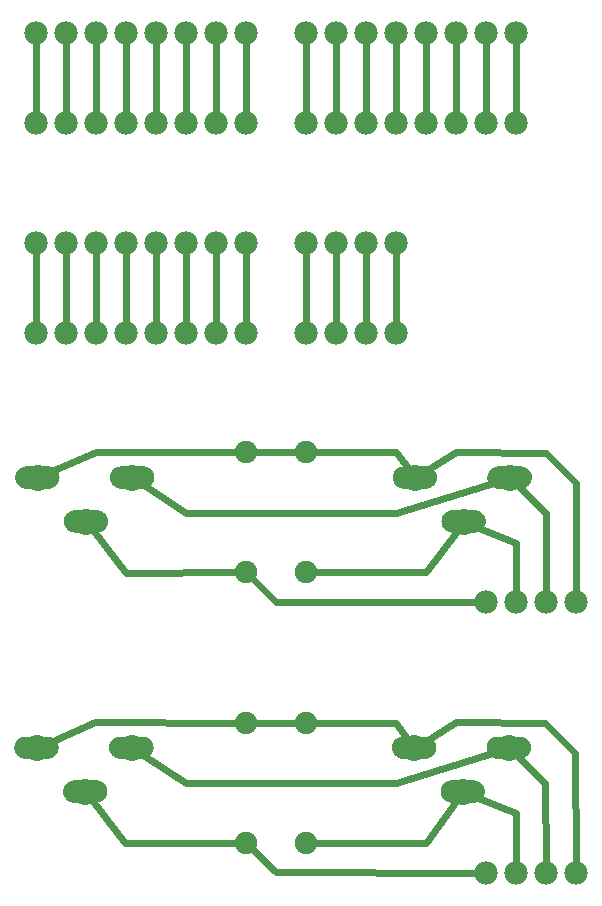
<source format=gtl>
G04 MADE WITH FRITZING*
G04 WWW.FRITZING.ORG*
G04 DOUBLE SIDED*
G04 HOLES PLATED*
G04 CONTOUR ON CENTER OF CONTOUR VECTOR*
%ASAXBY*%
%FSLAX23Y23*%
%MOIN*%
%OFA0B0*%
%SFA1.0B1.0*%
%ADD10C,0.078000*%
%ADD11C,0.075000*%
%ADD12C,0.087244*%
%ADD13C,0.024000*%
%ADD14R,0.001000X0.001000*%
%LNCOPPER1*%
G90*
G70*
G54D10*
X1820Y3439D03*
X1720Y3439D03*
X1620Y3439D03*
X1520Y3439D03*
X1420Y3439D03*
X1320Y3439D03*
X1220Y3439D03*
X1120Y3439D03*
X920Y3439D03*
X820Y3439D03*
X720Y3439D03*
X620Y3439D03*
X520Y3439D03*
X420Y3439D03*
X320Y3439D03*
X220Y3439D03*
X920Y3739D03*
X820Y3739D03*
X720Y3739D03*
X620Y3739D03*
X520Y3739D03*
X420Y3739D03*
X320Y3739D03*
X220Y3739D03*
X1820Y3739D03*
X1720Y3739D03*
X1620Y3739D03*
X1520Y3739D03*
X1420Y3739D03*
X1320Y3739D03*
X1220Y3739D03*
X1120Y3739D03*
X1420Y2739D03*
X1320Y2739D03*
X1220Y2739D03*
X1120Y2739D03*
X920Y2739D03*
X820Y2739D03*
X720Y2739D03*
X620Y2739D03*
X520Y2739D03*
X420Y2739D03*
X320Y2739D03*
X220Y2739D03*
X920Y3039D03*
X820Y3039D03*
X720Y3039D03*
X620Y3039D03*
X520Y3039D03*
X420Y3039D03*
X320Y3039D03*
X220Y3039D03*
X1420Y3039D03*
X1320Y3039D03*
X1220Y3039D03*
X1120Y3039D03*
G54D11*
X1123Y2340D03*
X1123Y1940D03*
X923Y2340D03*
X923Y1940D03*
G54D10*
X2023Y1840D03*
X1923Y1840D03*
X1823Y1840D03*
X1723Y1840D03*
G54D12*
X1801Y2256D03*
X542Y2256D03*
X1648Y2109D03*
X389Y2109D03*
X1485Y2256D03*
X227Y2256D03*
G54D11*
X1120Y1439D03*
X1120Y1039D03*
X920Y1439D03*
X920Y1039D03*
G54D10*
X2020Y939D03*
X1920Y939D03*
X1820Y939D03*
X1720Y939D03*
G54D12*
X1798Y1355D03*
X540Y1355D03*
X1645Y1209D03*
X386Y1209D03*
X1482Y1355D03*
X224Y1355D03*
G54D13*
X1919Y1439D02*
X1620Y1440D01*
D02*
X1922Y2339D02*
X1623Y2340D01*
D02*
X220Y3469D02*
X220Y3709D01*
D02*
X2019Y1339D02*
X1919Y1439D01*
D02*
X2022Y2239D02*
X1922Y2339D01*
D02*
X320Y3469D02*
X320Y3709D01*
D02*
X1620Y1440D02*
X1512Y1373D01*
D02*
X1623Y2340D02*
X1515Y2274D01*
D02*
X420Y3469D02*
X420Y3709D01*
D02*
X2023Y1870D02*
X2022Y2239D01*
D02*
X2020Y969D02*
X2019Y1339D01*
D02*
X520Y3469D02*
X520Y3709D01*
D02*
X1919Y1239D02*
X1920Y969D01*
D02*
X1922Y2139D02*
X1922Y1870D01*
D02*
X620Y3469D02*
X620Y3709D01*
D02*
X1826Y2232D02*
X1922Y2139D01*
D02*
X1823Y1331D02*
X1919Y1239D01*
D02*
X720Y3469D02*
X720Y3709D01*
D02*
X1821Y1138D02*
X1820Y969D01*
D02*
X1823Y2039D02*
X1823Y1870D01*
D02*
X220Y2769D02*
X220Y3009D01*
D02*
X820Y3469D02*
X820Y3709D01*
D02*
X920Y3469D02*
X920Y3709D01*
D02*
X320Y2769D02*
X320Y3009D01*
D02*
X1680Y2096D02*
X1823Y2039D01*
D02*
X1677Y1196D02*
X1821Y1138D01*
D02*
X1120Y1239D02*
X720Y1239D01*
D02*
X1122Y2139D02*
X723Y2139D01*
D02*
X420Y2769D02*
X420Y3009D01*
D02*
X1120Y3469D02*
X1120Y3709D01*
D02*
X720Y1239D02*
X569Y1337D01*
D02*
X723Y2139D02*
X572Y2237D01*
D02*
X1220Y3469D02*
X1220Y3709D01*
D02*
X520Y2769D02*
X520Y3009D01*
D02*
X1420Y1239D02*
X1120Y1239D01*
D02*
X1423Y2139D02*
X1122Y2139D01*
D02*
X620Y2769D02*
X620Y3009D01*
D02*
X1320Y3469D02*
X1320Y3709D01*
D02*
X1765Y1345D02*
X1420Y1239D01*
D02*
X1768Y2246D02*
X1423Y2139D01*
D02*
X720Y2769D02*
X720Y3009D01*
D02*
X1420Y3469D02*
X1420Y3709D01*
D02*
X1091Y1439D02*
X948Y1439D01*
D02*
X1094Y2340D02*
X951Y2340D01*
D02*
X1520Y3469D02*
X1520Y3709D01*
D02*
X820Y2769D02*
X820Y3009D01*
D02*
X1022Y1841D02*
X1692Y1840D01*
D02*
X1020Y940D02*
X1690Y939D01*
D02*
X920Y2769D02*
X920Y3009D01*
D02*
X1620Y3469D02*
X1620Y3709D01*
D02*
X940Y1019D02*
X1020Y940D01*
D02*
X943Y1920D02*
X1022Y1841D01*
D02*
X1720Y3469D02*
X1720Y3709D01*
D02*
X1420Y1439D02*
X1148Y1439D01*
D02*
X1423Y2340D02*
X1151Y2340D01*
D02*
X1120Y2769D02*
X1120Y3009D01*
D02*
X1820Y3469D02*
X1820Y3709D01*
D02*
X1462Y1383D02*
X1420Y1439D01*
D02*
X1464Y2284D02*
X1423Y2340D01*
D02*
X1320Y2769D02*
X1320Y3009D01*
D02*
X1220Y2769D02*
X1220Y3009D01*
D02*
X1520Y1039D02*
X1148Y1039D01*
D02*
X1420Y2769D02*
X1420Y3009D01*
D02*
X1523Y1940D02*
X1151Y1940D01*
D02*
X1624Y1181D02*
X1520Y1039D01*
D02*
X1627Y2081D02*
X1523Y1940D01*
D02*
X419Y1440D02*
X891Y1439D01*
D02*
X422Y2341D02*
X894Y2340D01*
D02*
X256Y1369D02*
X419Y1440D01*
D02*
X258Y2270D02*
X422Y2341D01*
D02*
X520Y1939D02*
X894Y1940D01*
D02*
X517Y1039D02*
X891Y1039D01*
D02*
X410Y2082D02*
X520Y1939D01*
D02*
X407Y1181D02*
X517Y1039D01*
G54D14*
X185Y2293D02*
X267Y2293D01*
X501Y2293D02*
X583Y2293D01*
X1444Y2293D02*
X1525Y2293D01*
X1760Y2293D02*
X1841Y2293D01*
X180Y2292D02*
X272Y2292D01*
X496Y2292D02*
X588Y2292D01*
X1439Y2292D02*
X1530Y2292D01*
X1755Y2292D02*
X1846Y2292D01*
X177Y2291D02*
X275Y2291D01*
X493Y2291D02*
X591Y2291D01*
X1435Y2291D02*
X1534Y2291D01*
X1751Y2291D02*
X1850Y2291D01*
X174Y2290D02*
X278Y2290D01*
X490Y2290D02*
X594Y2290D01*
X1433Y2290D02*
X1536Y2290D01*
X1749Y2290D02*
X1852Y2290D01*
X172Y2289D02*
X280Y2289D01*
X488Y2289D02*
X596Y2289D01*
X1431Y2289D02*
X1538Y2289D01*
X1747Y2289D02*
X1854Y2289D01*
X171Y2288D02*
X281Y2288D01*
X486Y2288D02*
X597Y2288D01*
X1429Y2288D02*
X1540Y2288D01*
X1745Y2288D02*
X1856Y2288D01*
X169Y2287D02*
X283Y2287D01*
X485Y2287D02*
X599Y2287D01*
X1427Y2287D02*
X1542Y2287D01*
X1743Y2287D02*
X1857Y2287D01*
X168Y2286D02*
X284Y2286D01*
X483Y2286D02*
X600Y2286D01*
X1426Y2286D02*
X1543Y2286D01*
X1742Y2286D02*
X1859Y2286D01*
X166Y2285D02*
X286Y2285D01*
X482Y2285D02*
X602Y2285D01*
X1425Y2285D02*
X1544Y2285D01*
X1741Y2285D02*
X1860Y2285D01*
X165Y2284D02*
X287Y2284D01*
X481Y2284D02*
X603Y2284D01*
X1424Y2284D02*
X1545Y2284D01*
X1739Y2284D02*
X1861Y2284D01*
X164Y2283D02*
X288Y2283D01*
X480Y2283D02*
X604Y2283D01*
X1423Y2283D02*
X1547Y2283D01*
X1738Y2283D02*
X1862Y2283D01*
X163Y2282D02*
X289Y2282D01*
X479Y2282D02*
X605Y2282D01*
X1422Y2282D02*
X1548Y2282D01*
X1737Y2282D02*
X1863Y2282D01*
X162Y2281D02*
X290Y2281D01*
X478Y2281D02*
X606Y2281D01*
X1421Y2281D02*
X1548Y2281D01*
X1736Y2281D02*
X1864Y2281D01*
X161Y2280D02*
X291Y2280D01*
X477Y2280D02*
X607Y2280D01*
X1420Y2280D02*
X1549Y2280D01*
X1736Y2280D02*
X1865Y2280D01*
X160Y2279D02*
X292Y2279D01*
X476Y2279D02*
X608Y2279D01*
X1419Y2279D02*
X1550Y2279D01*
X1735Y2279D02*
X1866Y2279D01*
X160Y2278D02*
X222Y2278D01*
X230Y2278D02*
X292Y2278D01*
X476Y2278D02*
X538Y2278D01*
X546Y2278D02*
X608Y2278D01*
X1418Y2278D02*
X1481Y2278D01*
X1488Y2278D02*
X1551Y2278D01*
X1734Y2278D02*
X1797Y2278D01*
X1804Y2278D02*
X1867Y2278D01*
X159Y2277D02*
X218Y2277D01*
X234Y2277D02*
X293Y2277D01*
X475Y2277D02*
X534Y2277D01*
X549Y2277D02*
X609Y2277D01*
X1417Y2277D02*
X1477Y2277D01*
X1492Y2277D02*
X1552Y2277D01*
X1733Y2277D02*
X1793Y2277D01*
X1808Y2277D02*
X1868Y2277D01*
X158Y2276D02*
X216Y2276D01*
X236Y2276D02*
X294Y2276D01*
X474Y2276D02*
X532Y2276D01*
X552Y2276D02*
X610Y2276D01*
X1417Y2276D02*
X1475Y2276D01*
X1495Y2276D02*
X1552Y2276D01*
X1733Y2276D02*
X1790Y2276D01*
X1810Y2276D02*
X1868Y2276D01*
X158Y2275D02*
X214Y2275D01*
X238Y2275D02*
X294Y2275D01*
X474Y2275D02*
X530Y2275D01*
X554Y2275D02*
X610Y2275D01*
X1416Y2275D02*
X1473Y2275D01*
X1496Y2275D02*
X1553Y2275D01*
X1732Y2275D02*
X1789Y2275D01*
X1812Y2275D02*
X1869Y2275D01*
X157Y2274D02*
X213Y2274D01*
X239Y2274D02*
X295Y2274D01*
X473Y2274D02*
X528Y2274D01*
X555Y2274D02*
X611Y2274D01*
X1416Y2274D02*
X1471Y2274D01*
X1498Y2274D02*
X1554Y2274D01*
X1731Y2274D02*
X1787Y2274D01*
X1814Y2274D02*
X1869Y2274D01*
X157Y2273D02*
X211Y2273D01*
X241Y2273D02*
X296Y2273D01*
X472Y2273D02*
X527Y2273D01*
X557Y2273D02*
X611Y2273D01*
X1415Y2273D02*
X1470Y2273D01*
X1499Y2273D02*
X1554Y2273D01*
X1731Y2273D02*
X1786Y2273D01*
X1815Y2273D02*
X1870Y2273D01*
X156Y2272D02*
X210Y2272D01*
X242Y2272D02*
X296Y2272D01*
X472Y2272D02*
X526Y2272D01*
X558Y2272D02*
X612Y2272D01*
X1415Y2272D02*
X1469Y2272D01*
X1500Y2272D02*
X1554Y2272D01*
X1730Y2272D02*
X1785Y2272D01*
X1816Y2272D02*
X1870Y2272D01*
X156Y2271D02*
X209Y2271D01*
X243Y2271D02*
X296Y2271D01*
X471Y2271D02*
X525Y2271D01*
X559Y2271D02*
X612Y2271D01*
X1414Y2271D02*
X1468Y2271D01*
X1501Y2271D02*
X1555Y2271D01*
X1730Y2271D02*
X1784Y2271D01*
X1817Y2271D02*
X1871Y2271D01*
X155Y2270D02*
X208Y2270D01*
X244Y2270D02*
X297Y2270D01*
X471Y2270D02*
X524Y2270D01*
X559Y2270D02*
X613Y2270D01*
X1414Y2270D02*
X1467Y2270D01*
X1502Y2270D02*
X1555Y2270D01*
X1730Y2270D02*
X1783Y2270D01*
X1818Y2270D02*
X1871Y2270D01*
X155Y2269D02*
X208Y2269D01*
X244Y2269D02*
X297Y2269D01*
X471Y2269D02*
X524Y2269D01*
X560Y2269D02*
X613Y2269D01*
X1413Y2269D02*
X1466Y2269D01*
X1503Y2269D02*
X1556Y2269D01*
X1729Y2269D02*
X1782Y2269D01*
X1819Y2269D02*
X1872Y2269D01*
X154Y2268D02*
X207Y2268D01*
X245Y2268D02*
X298Y2268D01*
X470Y2268D02*
X523Y2268D01*
X561Y2268D02*
X613Y2268D01*
X1413Y2268D02*
X1466Y2268D01*
X1504Y2268D02*
X1556Y2268D01*
X1729Y2268D02*
X1781Y2268D01*
X1819Y2268D02*
X1872Y2268D01*
X154Y2267D02*
X206Y2267D01*
X246Y2267D02*
X298Y2267D01*
X470Y2267D02*
X522Y2267D01*
X561Y2267D02*
X614Y2267D01*
X1413Y2267D02*
X1465Y2267D01*
X1504Y2267D02*
X1556Y2267D01*
X1729Y2267D02*
X1781Y2267D01*
X1820Y2267D02*
X1872Y2267D01*
X154Y2266D02*
X206Y2266D01*
X246Y2266D02*
X298Y2266D01*
X470Y2266D02*
X522Y2266D01*
X562Y2266D02*
X614Y2266D01*
X1412Y2266D02*
X1464Y2266D01*
X1505Y2266D02*
X1557Y2266D01*
X1728Y2266D02*
X1780Y2266D01*
X1821Y2266D02*
X1873Y2266D01*
X154Y2265D02*
X205Y2265D01*
X247Y2265D02*
X298Y2265D01*
X469Y2265D02*
X521Y2265D01*
X563Y2265D02*
X614Y2265D01*
X1412Y2265D02*
X1464Y2265D01*
X1505Y2265D02*
X1557Y2265D01*
X1728Y2265D02*
X1780Y2265D01*
X1821Y2265D02*
X1873Y2265D01*
X153Y2264D02*
X205Y2264D01*
X247Y2264D02*
X299Y2264D01*
X469Y2264D02*
X521Y2264D01*
X563Y2264D02*
X615Y2264D01*
X1412Y2264D02*
X1464Y2264D01*
X1506Y2264D02*
X1557Y2264D01*
X1728Y2264D02*
X1779Y2264D01*
X1821Y2264D02*
X1873Y2264D01*
X153Y2263D02*
X205Y2263D01*
X247Y2263D02*
X299Y2263D01*
X469Y2263D02*
X521Y2263D01*
X563Y2263D02*
X615Y2263D01*
X1412Y2263D02*
X1463Y2263D01*
X1506Y2263D02*
X1557Y2263D01*
X1728Y2263D02*
X1779Y2263D01*
X1822Y2263D02*
X1873Y2263D01*
X153Y2262D02*
X204Y2262D01*
X248Y2262D02*
X299Y2262D01*
X469Y2262D02*
X520Y2262D01*
X564Y2262D02*
X615Y2262D01*
X1412Y2262D02*
X1463Y2262D01*
X1506Y2262D02*
X1558Y2262D01*
X1727Y2262D02*
X1779Y2262D01*
X1822Y2262D02*
X1873Y2262D01*
X153Y2261D02*
X204Y2261D01*
X248Y2261D02*
X299Y2261D01*
X469Y2261D02*
X520Y2261D01*
X564Y2261D02*
X615Y2261D01*
X1411Y2261D02*
X1463Y2261D01*
X1507Y2261D02*
X1558Y2261D01*
X1727Y2261D02*
X1778Y2261D01*
X1822Y2261D02*
X1874Y2261D01*
X153Y2260D02*
X204Y2260D01*
X248Y2260D02*
X299Y2260D01*
X469Y2260D02*
X520Y2260D01*
X564Y2260D02*
X615Y2260D01*
X1411Y2260D02*
X1462Y2260D01*
X1507Y2260D02*
X1558Y2260D01*
X1727Y2260D02*
X1778Y2260D01*
X1823Y2260D02*
X1874Y2260D01*
X153Y2259D02*
X204Y2259D01*
X248Y2259D02*
X299Y2259D01*
X469Y2259D02*
X520Y2259D01*
X564Y2259D02*
X615Y2259D01*
X1411Y2259D02*
X1462Y2259D01*
X1507Y2259D02*
X1558Y2259D01*
X1727Y2259D02*
X1778Y2259D01*
X1823Y2259D02*
X1874Y2259D01*
X153Y2258D02*
X204Y2258D01*
X248Y2258D02*
X299Y2258D01*
X468Y2258D02*
X519Y2258D01*
X564Y2258D02*
X615Y2258D01*
X1411Y2258D02*
X1462Y2258D01*
X1507Y2258D02*
X1558Y2258D01*
X1727Y2258D02*
X1778Y2258D01*
X1823Y2258D02*
X1874Y2258D01*
X153Y2257D02*
X204Y2257D01*
X249Y2257D02*
X299Y2257D01*
X468Y2257D02*
X519Y2257D01*
X564Y2257D02*
X615Y2257D01*
X1411Y2257D02*
X1462Y2257D01*
X1507Y2257D02*
X1558Y2257D01*
X1727Y2257D02*
X1778Y2257D01*
X1823Y2257D02*
X1874Y2257D01*
X153Y2256D02*
X204Y2256D01*
X249Y2256D02*
X300Y2256D01*
X468Y2256D02*
X519Y2256D01*
X564Y2256D02*
X615Y2256D01*
X1411Y2256D02*
X1462Y2256D01*
X1507Y2256D02*
X1558Y2256D01*
X1727Y2256D02*
X1778Y2256D01*
X1823Y2256D02*
X1874Y2256D01*
X153Y2255D02*
X204Y2255D01*
X248Y2255D02*
X299Y2255D01*
X468Y2255D02*
X519Y2255D01*
X564Y2255D02*
X615Y2255D01*
X1411Y2255D02*
X1462Y2255D01*
X1507Y2255D02*
X1558Y2255D01*
X1727Y2255D02*
X1778Y2255D01*
X1823Y2255D02*
X1874Y2255D01*
X153Y2254D02*
X204Y2254D01*
X248Y2254D02*
X299Y2254D01*
X469Y2254D02*
X520Y2254D01*
X564Y2254D02*
X615Y2254D01*
X1411Y2254D02*
X1462Y2254D01*
X1507Y2254D02*
X1558Y2254D01*
X1727Y2254D02*
X1778Y2254D01*
X1823Y2254D02*
X1874Y2254D01*
X153Y2253D02*
X204Y2253D01*
X248Y2253D02*
X299Y2253D01*
X469Y2253D02*
X520Y2253D01*
X564Y2253D02*
X615Y2253D01*
X1411Y2253D02*
X1462Y2253D01*
X1507Y2253D02*
X1558Y2253D01*
X1727Y2253D02*
X1778Y2253D01*
X1823Y2253D02*
X1874Y2253D01*
X153Y2252D02*
X204Y2252D01*
X248Y2252D02*
X299Y2252D01*
X469Y2252D02*
X520Y2252D01*
X564Y2252D02*
X615Y2252D01*
X1411Y2252D02*
X1462Y2252D01*
X1507Y2252D02*
X1558Y2252D01*
X1727Y2252D02*
X1778Y2252D01*
X1822Y2252D02*
X1874Y2252D01*
X153Y2251D02*
X204Y2251D01*
X248Y2251D02*
X299Y2251D01*
X469Y2251D02*
X520Y2251D01*
X564Y2251D02*
X615Y2251D01*
X1411Y2251D02*
X1463Y2251D01*
X1506Y2251D02*
X1558Y2251D01*
X1727Y2251D02*
X1779Y2251D01*
X1822Y2251D02*
X1873Y2251D01*
X153Y2250D02*
X205Y2250D01*
X248Y2250D02*
X299Y2250D01*
X469Y2250D02*
X520Y2250D01*
X563Y2250D02*
X615Y2250D01*
X1412Y2250D02*
X1463Y2250D01*
X1506Y2250D02*
X1557Y2250D01*
X1727Y2250D02*
X1779Y2250D01*
X1822Y2250D02*
X1873Y2250D01*
X153Y2249D02*
X205Y2249D01*
X247Y2249D02*
X299Y2249D01*
X469Y2249D02*
X521Y2249D01*
X563Y2249D02*
X615Y2249D01*
X1412Y2249D02*
X1463Y2249D01*
X1506Y2249D02*
X1557Y2249D01*
X1728Y2249D02*
X1779Y2249D01*
X1822Y2249D02*
X1873Y2249D01*
X154Y2248D02*
X205Y2248D01*
X247Y2248D02*
X299Y2248D01*
X469Y2248D02*
X521Y2248D01*
X563Y2248D02*
X614Y2248D01*
X1412Y2248D02*
X1464Y2248D01*
X1505Y2248D02*
X1557Y2248D01*
X1728Y2248D02*
X1780Y2248D01*
X1821Y2248D02*
X1873Y2248D01*
X154Y2247D02*
X206Y2247D01*
X246Y2247D02*
X298Y2247D01*
X470Y2247D02*
X522Y2247D01*
X562Y2247D02*
X614Y2247D01*
X1412Y2247D02*
X1464Y2247D01*
X1505Y2247D02*
X1557Y2247D01*
X1728Y2247D02*
X1780Y2247D01*
X1821Y2247D02*
X1873Y2247D01*
X154Y2246D02*
X206Y2246D01*
X246Y2246D02*
X298Y2246D01*
X470Y2246D02*
X522Y2246D01*
X562Y2246D02*
X614Y2246D01*
X1413Y2246D02*
X1465Y2246D01*
X1504Y2246D02*
X1557Y2246D01*
X1728Y2246D02*
X1781Y2246D01*
X1820Y2246D02*
X1872Y2246D01*
X154Y2245D02*
X207Y2245D01*
X245Y2245D02*
X298Y2245D01*
X470Y2245D02*
X523Y2245D01*
X561Y2245D02*
X614Y2245D01*
X1413Y2245D02*
X1465Y2245D01*
X1504Y2245D02*
X1556Y2245D01*
X1729Y2245D02*
X1781Y2245D01*
X1820Y2245D02*
X1872Y2245D01*
X155Y2244D02*
X207Y2244D01*
X245Y2244D02*
X297Y2244D01*
X471Y2244D02*
X523Y2244D01*
X561Y2244D02*
X613Y2244D01*
X1413Y2244D02*
X1466Y2244D01*
X1503Y2244D02*
X1556Y2244D01*
X1729Y2244D02*
X1782Y2244D01*
X1819Y2244D02*
X1872Y2244D01*
X155Y2243D02*
X208Y2243D01*
X244Y2243D02*
X297Y2243D01*
X471Y2243D02*
X524Y2243D01*
X560Y2243D02*
X613Y2243D01*
X1414Y2243D02*
X1467Y2243D01*
X1503Y2243D02*
X1556Y2243D01*
X1729Y2243D02*
X1782Y2243D01*
X1818Y2243D02*
X1871Y2243D01*
X155Y2242D02*
X209Y2242D01*
X243Y2242D02*
X297Y2242D01*
X471Y2242D02*
X525Y2242D01*
X559Y2242D02*
X613Y2242D01*
X1414Y2242D02*
X1467Y2242D01*
X1502Y2242D02*
X1555Y2242D01*
X1730Y2242D02*
X1783Y2242D01*
X1818Y2242D02*
X1871Y2242D01*
X156Y2241D02*
X210Y2241D01*
X242Y2241D02*
X296Y2241D01*
X472Y2241D02*
X526Y2241D01*
X558Y2241D02*
X612Y2241D01*
X1414Y2241D02*
X1468Y2241D01*
X1501Y2241D02*
X1555Y2241D01*
X1730Y2241D02*
X1784Y2241D01*
X1817Y2241D02*
X1871Y2241D01*
X156Y2240D02*
X211Y2240D01*
X241Y2240D02*
X296Y2240D01*
X472Y2240D02*
X527Y2240D01*
X557Y2240D02*
X612Y2240D01*
X1415Y2240D02*
X1469Y2240D01*
X1500Y2240D02*
X1554Y2240D01*
X1731Y2240D02*
X1785Y2240D01*
X1816Y2240D02*
X1870Y2240D01*
X157Y2239D02*
X212Y2239D01*
X240Y2239D02*
X295Y2239D01*
X473Y2239D02*
X528Y2239D01*
X556Y2239D02*
X611Y2239D01*
X1415Y2239D02*
X1471Y2239D01*
X1499Y2239D02*
X1554Y2239D01*
X1731Y2239D02*
X1786Y2239D01*
X1814Y2239D02*
X1870Y2239D01*
X157Y2238D02*
X213Y2238D01*
X239Y2238D02*
X295Y2238D01*
X473Y2238D02*
X529Y2238D01*
X555Y2238D02*
X611Y2238D01*
X1416Y2238D02*
X1472Y2238D01*
X1497Y2238D02*
X1553Y2238D01*
X1732Y2238D02*
X1788Y2238D01*
X1813Y2238D02*
X1869Y2238D01*
X158Y2237D02*
X215Y2237D01*
X237Y2237D02*
X294Y2237D01*
X474Y2237D02*
X531Y2237D01*
X553Y2237D02*
X610Y2237D01*
X1417Y2237D02*
X1474Y2237D01*
X1495Y2237D02*
X1553Y2237D01*
X1732Y2237D02*
X1789Y2237D01*
X1811Y2237D02*
X1868Y2237D01*
X159Y2236D02*
X217Y2236D01*
X235Y2236D02*
X293Y2236D01*
X474Y2236D02*
X533Y2236D01*
X551Y2236D02*
X609Y2236D01*
X1417Y2236D02*
X1476Y2236D01*
X1494Y2236D02*
X1552Y2236D01*
X1733Y2236D02*
X1791Y2236D01*
X1809Y2236D02*
X1868Y2236D01*
X159Y2235D02*
X220Y2235D01*
X232Y2235D02*
X293Y2235D01*
X475Y2235D02*
X536Y2235D01*
X548Y2235D02*
X609Y2235D01*
X1418Y2235D02*
X1479Y2235D01*
X1490Y2235D02*
X1551Y2235D01*
X1734Y2235D02*
X1795Y2235D01*
X1806Y2235D02*
X1867Y2235D01*
X160Y2234D02*
X292Y2234D01*
X476Y2234D02*
X608Y2234D01*
X1419Y2234D02*
X1551Y2234D01*
X1734Y2234D02*
X1866Y2234D01*
X161Y2233D02*
X291Y2233D01*
X477Y2233D02*
X607Y2233D01*
X1419Y2233D02*
X1550Y2233D01*
X1735Y2233D02*
X1866Y2233D01*
X162Y2232D02*
X290Y2232D01*
X478Y2232D02*
X606Y2232D01*
X1420Y2232D02*
X1549Y2232D01*
X1736Y2232D02*
X1865Y2232D01*
X163Y2231D02*
X290Y2231D01*
X478Y2231D02*
X605Y2231D01*
X1421Y2231D02*
X1548Y2231D01*
X1737Y2231D02*
X1864Y2231D01*
X164Y2230D02*
X289Y2230D01*
X479Y2230D02*
X604Y2230D01*
X1422Y2230D02*
X1547Y2230D01*
X1738Y2230D02*
X1863Y2230D01*
X165Y2229D02*
X288Y2229D01*
X480Y2229D02*
X603Y2229D01*
X1423Y2229D02*
X1546Y2229D01*
X1739Y2229D02*
X1862Y2229D01*
X166Y2228D02*
X286Y2228D01*
X482Y2228D02*
X602Y2228D01*
X1424Y2228D02*
X1545Y2228D01*
X1740Y2228D02*
X1861Y2228D01*
X167Y2227D02*
X285Y2227D01*
X483Y2227D02*
X601Y2227D01*
X1425Y2227D02*
X1544Y2227D01*
X1741Y2227D02*
X1859Y2227D01*
X168Y2226D02*
X284Y2226D01*
X484Y2226D02*
X600Y2226D01*
X1427Y2226D02*
X1542Y2226D01*
X1743Y2226D02*
X1858Y2226D01*
X170Y2225D02*
X282Y2225D01*
X486Y2225D02*
X598Y2225D01*
X1428Y2225D02*
X1541Y2225D01*
X1744Y2225D02*
X1857Y2225D01*
X171Y2224D02*
X281Y2224D01*
X487Y2224D02*
X596Y2224D01*
X1430Y2224D02*
X1539Y2224D01*
X1746Y2224D02*
X1855Y2224D01*
X173Y2223D02*
X279Y2223D01*
X489Y2223D02*
X595Y2223D01*
X1432Y2223D02*
X1537Y2223D01*
X1748Y2223D02*
X1853Y2223D01*
X176Y2222D02*
X277Y2222D01*
X491Y2222D02*
X592Y2222D01*
X1434Y2222D02*
X1535Y2222D01*
X1750Y2222D02*
X1851Y2222D01*
X178Y2221D02*
X274Y2221D01*
X494Y2221D02*
X590Y2221D01*
X1437Y2221D02*
X1532Y2221D01*
X1753Y2221D02*
X1848Y2221D01*
X182Y2220D02*
X270Y2220D01*
X498Y2220D02*
X586Y2220D01*
X1441Y2220D02*
X1528Y2220D01*
X1757Y2220D02*
X1844Y2220D01*
X345Y2146D02*
X432Y2146D01*
X1603Y2146D02*
X1691Y2146D01*
X341Y2145D02*
X436Y2145D01*
X1599Y2145D02*
X1695Y2145D01*
X338Y2144D02*
X439Y2144D01*
X1596Y2144D02*
X1697Y2144D01*
X336Y2143D02*
X441Y2143D01*
X1594Y2143D02*
X1700Y2143D01*
X334Y2142D02*
X443Y2142D01*
X1592Y2142D02*
X1702Y2142D01*
X332Y2141D02*
X445Y2141D01*
X1591Y2141D02*
X1703Y2141D01*
X331Y2140D02*
X446Y2140D01*
X1589Y2140D02*
X1705Y2140D01*
X329Y2139D02*
X448Y2139D01*
X1588Y2139D02*
X1706Y2139D01*
X328Y2138D02*
X449Y2138D01*
X1587Y2138D02*
X1707Y2138D01*
X327Y2137D02*
X450Y2137D01*
X1585Y2137D02*
X1708Y2137D01*
X326Y2136D02*
X451Y2136D01*
X1584Y2136D02*
X1709Y2136D01*
X325Y2135D02*
X452Y2135D01*
X1583Y2135D02*
X1710Y2135D01*
X324Y2134D02*
X453Y2134D01*
X1583Y2134D02*
X1711Y2134D01*
X323Y2133D02*
X454Y2133D01*
X1582Y2133D02*
X1712Y2133D01*
X322Y2132D02*
X454Y2132D01*
X1581Y2132D02*
X1713Y2132D01*
X322Y2131D02*
X383Y2131D01*
X394Y2131D02*
X455Y2131D01*
X1580Y2131D02*
X1641Y2131D01*
X1653Y2131D02*
X1714Y2131D01*
X321Y2130D02*
X379Y2130D01*
X397Y2130D02*
X456Y2130D01*
X1579Y2130D02*
X1638Y2130D01*
X1656Y2130D02*
X1714Y2130D01*
X320Y2129D02*
X377Y2129D01*
X399Y2129D02*
X456Y2129D01*
X1579Y2129D02*
X1636Y2129D01*
X1658Y2129D02*
X1715Y2129D01*
X320Y2128D02*
X376Y2128D01*
X401Y2128D02*
X457Y2128D01*
X1578Y2128D02*
X1634Y2128D01*
X1660Y2128D02*
X1716Y2128D01*
X319Y2127D02*
X374Y2127D01*
X402Y2127D02*
X458Y2127D01*
X1578Y2127D02*
X1633Y2127D01*
X1661Y2127D02*
X1716Y2127D01*
X319Y2126D02*
X373Y2126D01*
X404Y2126D02*
X458Y2126D01*
X1577Y2126D02*
X1632Y2126D01*
X1662Y2126D02*
X1717Y2126D01*
X318Y2125D02*
X372Y2125D01*
X405Y2125D02*
X459Y2125D01*
X1577Y2125D02*
X1631Y2125D01*
X1663Y2125D02*
X1717Y2125D01*
X318Y2124D02*
X371Y2124D01*
X406Y2124D02*
X459Y2124D01*
X1576Y2124D02*
X1630Y2124D01*
X1664Y2124D02*
X1718Y2124D01*
X317Y2123D02*
X370Y2123D01*
X406Y2123D02*
X459Y2123D01*
X1576Y2123D02*
X1629Y2123D01*
X1665Y2123D02*
X1718Y2123D01*
X317Y2122D02*
X370Y2122D01*
X407Y2122D02*
X460Y2122D01*
X1576Y2122D02*
X1628Y2122D01*
X1666Y2122D02*
X1718Y2122D01*
X317Y2121D02*
X369Y2121D01*
X408Y2121D02*
X460Y2121D01*
X1575Y2121D02*
X1628Y2121D01*
X1666Y2121D02*
X1719Y2121D01*
X316Y2120D02*
X369Y2120D01*
X408Y2120D02*
X460Y2120D01*
X1575Y2120D02*
X1627Y2120D01*
X1667Y2120D02*
X1719Y2120D01*
X316Y2119D02*
X368Y2119D01*
X409Y2119D02*
X461Y2119D01*
X1575Y2119D02*
X1627Y2119D01*
X1667Y2119D02*
X1719Y2119D01*
X316Y2118D02*
X368Y2118D01*
X409Y2118D02*
X461Y2118D01*
X1574Y2118D02*
X1626Y2118D01*
X1668Y2118D02*
X1719Y2118D01*
X316Y2117D02*
X367Y2117D01*
X410Y2117D02*
X461Y2117D01*
X1574Y2117D02*
X1626Y2117D01*
X1668Y2117D02*
X1720Y2117D01*
X316Y2116D02*
X367Y2116D01*
X410Y2116D02*
X461Y2116D01*
X1574Y2116D02*
X1625Y2116D01*
X1668Y2116D02*
X1720Y2116D01*
X315Y2115D02*
X367Y2115D01*
X410Y2115D02*
X462Y2115D01*
X1574Y2115D02*
X1625Y2115D01*
X1669Y2115D02*
X1720Y2115D01*
X315Y2114D02*
X366Y2114D01*
X411Y2114D02*
X462Y2114D01*
X1574Y2114D02*
X1625Y2114D01*
X1669Y2114D02*
X1720Y2114D01*
X315Y2113D02*
X366Y2113D01*
X411Y2113D02*
X462Y2113D01*
X1574Y2113D02*
X1625Y2113D01*
X1669Y2113D02*
X1720Y2113D01*
X315Y2112D02*
X366Y2112D01*
X411Y2112D02*
X462Y2112D01*
X1574Y2112D02*
X1625Y2112D01*
X1669Y2112D02*
X1720Y2112D01*
X315Y2111D02*
X366Y2111D01*
X411Y2111D02*
X462Y2111D01*
X1574Y2111D02*
X1624Y2111D01*
X1669Y2111D02*
X1720Y2111D01*
X315Y2110D02*
X366Y2110D01*
X411Y2110D02*
X462Y2110D01*
X1573Y2110D02*
X1624Y2110D01*
X1669Y2110D02*
X1720Y2110D01*
X315Y2109D02*
X366Y2109D01*
X411Y2109D02*
X462Y2109D01*
X1573Y2109D02*
X1624Y2109D01*
X1669Y2109D02*
X1720Y2109D01*
X315Y2108D02*
X366Y2108D01*
X411Y2108D02*
X462Y2108D01*
X1574Y2108D02*
X1625Y2108D01*
X1669Y2108D02*
X1720Y2108D01*
X315Y2107D02*
X366Y2107D01*
X411Y2107D02*
X462Y2107D01*
X1574Y2107D02*
X1625Y2107D01*
X1669Y2107D02*
X1720Y2107D01*
X315Y2106D02*
X366Y2106D01*
X411Y2106D02*
X462Y2106D01*
X1574Y2106D02*
X1625Y2106D01*
X1669Y2106D02*
X1720Y2106D01*
X315Y2105D02*
X366Y2105D01*
X410Y2105D02*
X462Y2105D01*
X1574Y2105D02*
X1625Y2105D01*
X1669Y2105D02*
X1720Y2105D01*
X315Y2104D02*
X367Y2104D01*
X410Y2104D02*
X461Y2104D01*
X1574Y2104D02*
X1625Y2104D01*
X1669Y2104D02*
X1720Y2104D01*
X316Y2103D02*
X367Y2103D01*
X410Y2103D02*
X461Y2103D01*
X1574Y2103D02*
X1626Y2103D01*
X1668Y2103D02*
X1720Y2103D01*
X316Y2102D02*
X367Y2102D01*
X409Y2102D02*
X461Y2102D01*
X1574Y2102D02*
X1626Y2102D01*
X1668Y2102D02*
X1720Y2102D01*
X316Y2101D02*
X368Y2101D01*
X409Y2101D02*
X461Y2101D01*
X1575Y2101D02*
X1626Y2101D01*
X1668Y2101D02*
X1719Y2101D01*
X316Y2100D02*
X368Y2100D01*
X409Y2100D02*
X461Y2100D01*
X1575Y2100D02*
X1627Y2100D01*
X1667Y2100D02*
X1719Y2100D01*
X317Y2099D02*
X369Y2099D01*
X408Y2099D02*
X460Y2099D01*
X1575Y2099D02*
X1627Y2099D01*
X1667Y2099D02*
X1719Y2099D01*
X317Y2098D02*
X369Y2098D01*
X407Y2098D02*
X460Y2098D01*
X1575Y2098D02*
X1628Y2098D01*
X1666Y2098D02*
X1718Y2098D01*
X317Y2097D02*
X370Y2097D01*
X407Y2097D02*
X460Y2097D01*
X1576Y2097D02*
X1629Y2097D01*
X1665Y2097D02*
X1718Y2097D01*
X318Y2096D02*
X371Y2096D01*
X406Y2096D02*
X459Y2096D01*
X1576Y2096D02*
X1629Y2096D01*
X1664Y2096D02*
X1718Y2096D01*
X318Y2095D02*
X372Y2095D01*
X405Y2095D02*
X459Y2095D01*
X1577Y2095D02*
X1630Y2095D01*
X1664Y2095D02*
X1717Y2095D01*
X318Y2094D02*
X373Y2094D01*
X404Y2094D02*
X458Y2094D01*
X1577Y2094D02*
X1631Y2094D01*
X1663Y2094D02*
X1717Y2094D01*
X319Y2093D02*
X374Y2093D01*
X403Y2093D02*
X458Y2093D01*
X1577Y2093D02*
X1632Y2093D01*
X1662Y2093D02*
X1716Y2093D01*
X319Y2092D02*
X375Y2092D01*
X402Y2092D02*
X457Y2092D01*
X1578Y2092D02*
X1634Y2092D01*
X1660Y2092D02*
X1716Y2092D01*
X320Y2091D02*
X377Y2091D01*
X400Y2091D02*
X457Y2091D01*
X1579Y2091D02*
X1635Y2091D01*
X1659Y2091D02*
X1715Y2091D01*
X321Y2090D02*
X378Y2090D01*
X398Y2090D02*
X456Y2090D01*
X1579Y2090D02*
X1637Y2090D01*
X1657Y2090D02*
X1715Y2090D01*
X321Y2089D02*
X381Y2089D01*
X396Y2089D02*
X456Y2089D01*
X1580Y2089D02*
X1639Y2089D01*
X1654Y2089D02*
X1714Y2089D01*
X322Y2088D02*
X385Y2088D01*
X392Y2088D02*
X455Y2088D01*
X1581Y2088D02*
X1643Y2088D01*
X1651Y2088D02*
X1713Y2088D01*
X323Y2087D02*
X454Y2087D01*
X1581Y2087D02*
X1713Y2087D01*
X324Y2086D02*
X453Y2086D01*
X1582Y2086D02*
X1712Y2086D01*
X324Y2085D02*
X452Y2085D01*
X1583Y2085D02*
X1711Y2085D01*
X325Y2084D02*
X451Y2084D01*
X1584Y2084D02*
X1710Y2084D01*
X326Y2083D02*
X450Y2083D01*
X1585Y2083D02*
X1709Y2083D01*
X327Y2082D02*
X449Y2082D01*
X1586Y2082D02*
X1708Y2082D01*
X329Y2081D02*
X448Y2081D01*
X1587Y2081D02*
X1707Y2081D01*
X330Y2080D02*
X447Y2080D01*
X1588Y2080D02*
X1705Y2080D01*
X331Y2079D02*
X445Y2079D01*
X1590Y2079D02*
X1704Y2079D01*
X333Y2078D02*
X444Y2078D01*
X1591Y2078D02*
X1702Y2078D01*
X335Y2077D02*
X442Y2077D01*
X1593Y2077D02*
X1701Y2077D01*
X337Y2076D02*
X440Y2076D01*
X1595Y2076D02*
X1699Y2076D01*
X339Y2075D02*
X438Y2075D01*
X1598Y2075D02*
X1696Y2075D01*
X343Y2074D02*
X434Y2074D01*
X1601Y2074D02*
X1693Y2074D01*
X348Y2073D02*
X429Y2073D01*
X1606Y2073D02*
X1688Y2073D01*
X179Y1392D02*
X268Y1392D01*
X495Y1392D02*
X584Y1392D01*
X1437Y1392D02*
X1526Y1392D01*
X1753Y1392D02*
X1842Y1392D01*
X175Y1391D02*
X271Y1391D01*
X491Y1391D02*
X587Y1391D01*
X1434Y1391D02*
X1530Y1391D01*
X1750Y1391D02*
X1846Y1391D01*
X173Y1390D02*
X274Y1390D01*
X488Y1390D02*
X590Y1390D01*
X1431Y1390D02*
X1533Y1390D01*
X1747Y1390D02*
X1848Y1390D01*
X170Y1389D02*
X276Y1389D01*
X486Y1389D02*
X592Y1389D01*
X1429Y1389D02*
X1535Y1389D01*
X1745Y1389D02*
X1851Y1389D01*
X169Y1388D02*
X278Y1388D01*
X484Y1388D02*
X594Y1388D01*
X1427Y1388D02*
X1537Y1388D01*
X1743Y1388D02*
X1853Y1388D01*
X167Y1387D02*
X280Y1387D01*
X483Y1387D02*
X596Y1387D01*
X1425Y1387D02*
X1538Y1387D01*
X1741Y1387D02*
X1854Y1387D01*
X165Y1386D02*
X281Y1386D01*
X481Y1386D02*
X597Y1386D01*
X1424Y1386D02*
X1540Y1386D01*
X1740Y1386D02*
X1856Y1386D01*
X164Y1385D02*
X283Y1385D01*
X480Y1385D02*
X598Y1385D01*
X1423Y1385D02*
X1541Y1385D01*
X1738Y1385D02*
X1857Y1385D01*
X163Y1384D02*
X284Y1384D01*
X479Y1384D02*
X600Y1384D01*
X1421Y1384D02*
X1542Y1384D01*
X1737Y1384D02*
X1858Y1384D01*
X162Y1383D02*
X285Y1383D01*
X478Y1383D02*
X601Y1383D01*
X1420Y1383D02*
X1543Y1383D01*
X1736Y1383D02*
X1859Y1383D01*
X161Y1382D02*
X286Y1382D01*
X477Y1382D02*
X602Y1382D01*
X1419Y1382D02*
X1545Y1382D01*
X1735Y1382D02*
X1860Y1382D01*
X160Y1381D02*
X287Y1381D01*
X476Y1381D02*
X603Y1381D01*
X1418Y1381D02*
X1545Y1381D01*
X1734Y1381D02*
X1861Y1381D01*
X159Y1380D02*
X288Y1380D01*
X475Y1380D02*
X604Y1380D01*
X1417Y1380D02*
X1546Y1380D01*
X1733Y1380D02*
X1862Y1380D01*
X158Y1379D02*
X289Y1379D01*
X474Y1379D02*
X605Y1379D01*
X1417Y1379D02*
X1547Y1379D01*
X1732Y1379D02*
X1863Y1379D01*
X157Y1378D02*
X289Y1378D01*
X473Y1378D02*
X605Y1378D01*
X1416Y1378D02*
X1548Y1378D01*
X1732Y1378D02*
X1864Y1378D01*
X157Y1377D02*
X217Y1377D01*
X230Y1377D02*
X290Y1377D01*
X472Y1377D02*
X533Y1377D01*
X545Y1377D02*
X606Y1377D01*
X1415Y1377D02*
X1476Y1377D01*
X1488Y1377D02*
X1549Y1377D01*
X1731Y1377D02*
X1791Y1377D01*
X1804Y1377D02*
X1865Y1377D01*
X156Y1376D02*
X214Y1376D01*
X233Y1376D02*
X291Y1376D01*
X472Y1376D02*
X530Y1376D01*
X549Y1376D02*
X607Y1376D01*
X1414Y1376D02*
X1473Y1376D01*
X1491Y1376D02*
X1549Y1376D01*
X1730Y1376D02*
X1788Y1376D01*
X1807Y1376D02*
X1865Y1376D01*
X155Y1375D02*
X212Y1375D01*
X235Y1375D02*
X291Y1375D01*
X471Y1375D02*
X528Y1375D01*
X550Y1375D02*
X607Y1375D01*
X1414Y1375D02*
X1471Y1375D01*
X1493Y1375D02*
X1550Y1375D01*
X1730Y1375D02*
X1787Y1375D01*
X1809Y1375D02*
X1866Y1375D01*
X155Y1374D02*
X210Y1374D01*
X236Y1374D02*
X292Y1374D01*
X470Y1374D02*
X526Y1374D01*
X552Y1374D02*
X608Y1374D01*
X1413Y1374D02*
X1469Y1374D01*
X1495Y1374D02*
X1551Y1374D01*
X1729Y1374D02*
X1785Y1374D01*
X1811Y1374D02*
X1866Y1374D01*
X154Y1373D02*
X209Y1373D01*
X237Y1373D02*
X293Y1373D01*
X470Y1373D02*
X525Y1373D01*
X553Y1373D02*
X608Y1373D01*
X1413Y1373D02*
X1468Y1373D01*
X1496Y1373D02*
X1551Y1373D01*
X1728Y1373D02*
X1784Y1373D01*
X1812Y1373D02*
X1867Y1373D01*
X154Y1372D02*
X208Y1372D01*
X239Y1372D02*
X293Y1372D01*
X469Y1372D02*
X524Y1372D01*
X555Y1372D02*
X609Y1372D01*
X1412Y1372D02*
X1466Y1372D01*
X1497Y1372D02*
X1552Y1372D01*
X1728Y1372D02*
X1782Y1372D01*
X1813Y1372D02*
X1867Y1372D01*
X153Y1371D02*
X207Y1371D01*
X240Y1371D02*
X294Y1371D01*
X469Y1371D02*
X523Y1371D01*
X556Y1371D02*
X609Y1371D01*
X1412Y1371D02*
X1465Y1371D01*
X1498Y1371D02*
X1552Y1371D01*
X1727Y1371D02*
X1781Y1371D01*
X1814Y1371D02*
X1868Y1371D01*
X153Y1370D02*
X206Y1370D01*
X241Y1370D02*
X294Y1370D01*
X469Y1370D02*
X522Y1370D01*
X556Y1370D02*
X610Y1370D01*
X1411Y1370D02*
X1465Y1370D01*
X1499Y1370D02*
X1553Y1370D01*
X1727Y1370D02*
X1780Y1370D01*
X1815Y1370D02*
X1868Y1370D01*
X152Y1369D02*
X205Y1369D01*
X241Y1369D02*
X294Y1369D01*
X468Y1369D02*
X521Y1369D01*
X557Y1369D02*
X610Y1369D01*
X1411Y1369D02*
X1464Y1369D01*
X1500Y1369D02*
X1553Y1369D01*
X1727Y1369D02*
X1780Y1369D01*
X1816Y1369D02*
X1869Y1369D01*
X152Y1368D02*
X205Y1368D01*
X242Y1368D02*
X295Y1368D01*
X468Y1368D02*
X520Y1368D01*
X558Y1368D02*
X611Y1368D01*
X1410Y1368D02*
X1463Y1368D01*
X1501Y1368D02*
X1553Y1368D01*
X1726Y1368D02*
X1779Y1368D01*
X1817Y1368D02*
X1869Y1368D01*
X152Y1367D02*
X204Y1367D01*
X243Y1367D02*
X295Y1367D01*
X467Y1367D02*
X520Y1367D01*
X559Y1367D02*
X611Y1367D01*
X1410Y1367D02*
X1462Y1367D01*
X1501Y1367D02*
X1554Y1367D01*
X1726Y1367D02*
X1778Y1367D01*
X1817Y1367D02*
X1869Y1367D01*
X151Y1366D02*
X203Y1366D01*
X243Y1366D02*
X295Y1366D01*
X467Y1366D02*
X519Y1366D01*
X559Y1366D02*
X611Y1366D01*
X1410Y1366D02*
X1462Y1366D01*
X1502Y1366D02*
X1554Y1366D01*
X1726Y1366D02*
X1778Y1366D01*
X1818Y1366D02*
X1870Y1366D01*
X151Y1365D02*
X203Y1365D01*
X244Y1365D02*
X296Y1365D01*
X467Y1365D02*
X519Y1365D01*
X560Y1365D02*
X612Y1365D01*
X1410Y1365D02*
X1461Y1365D01*
X1502Y1365D02*
X1554Y1365D01*
X1725Y1365D02*
X1777Y1365D01*
X1818Y1365D02*
X1870Y1365D01*
X151Y1364D02*
X202Y1364D01*
X244Y1364D02*
X296Y1364D01*
X467Y1364D02*
X518Y1364D01*
X560Y1364D02*
X612Y1364D01*
X1409Y1364D02*
X1461Y1364D01*
X1503Y1364D02*
X1554Y1364D01*
X1725Y1364D02*
X1777Y1364D01*
X1819Y1364D02*
X1870Y1364D01*
X151Y1363D02*
X202Y1363D01*
X245Y1363D02*
X296Y1363D01*
X466Y1363D02*
X518Y1363D01*
X560Y1363D02*
X612Y1363D01*
X1409Y1363D02*
X1461Y1363D01*
X1503Y1363D02*
X1555Y1363D01*
X1725Y1363D02*
X1776Y1363D01*
X1819Y1363D02*
X1871Y1363D01*
X150Y1362D02*
X202Y1362D01*
X245Y1362D02*
X296Y1362D01*
X466Y1362D02*
X518Y1362D01*
X561Y1362D02*
X612Y1362D01*
X1409Y1362D02*
X1460Y1362D01*
X1503Y1362D02*
X1555Y1362D01*
X1725Y1362D02*
X1776Y1362D01*
X1819Y1362D02*
X1871Y1362D01*
X150Y1361D02*
X202Y1361D01*
X245Y1361D02*
X296Y1361D01*
X466Y1361D02*
X517Y1361D01*
X561Y1361D02*
X612Y1361D01*
X1409Y1361D02*
X1460Y1361D01*
X1504Y1361D02*
X1555Y1361D01*
X1725Y1361D02*
X1776Y1361D01*
X1820Y1361D02*
X1871Y1361D01*
X150Y1360D02*
X201Y1360D01*
X245Y1360D02*
X297Y1360D01*
X466Y1360D02*
X517Y1360D01*
X561Y1360D02*
X612Y1360D01*
X1409Y1360D02*
X1460Y1360D01*
X1504Y1360D02*
X1555Y1360D01*
X1724Y1360D02*
X1776Y1360D01*
X1820Y1360D02*
X1871Y1360D01*
X150Y1359D02*
X201Y1359D01*
X246Y1359D02*
X297Y1359D01*
X466Y1359D02*
X517Y1359D01*
X561Y1359D02*
X613Y1359D01*
X1409Y1359D02*
X1460Y1359D01*
X1504Y1359D02*
X1555Y1359D01*
X1724Y1359D02*
X1775Y1359D01*
X1820Y1359D02*
X1871Y1359D01*
X150Y1358D02*
X201Y1358D01*
X246Y1358D02*
X297Y1358D01*
X466Y1358D02*
X517Y1358D01*
X562Y1358D02*
X613Y1358D01*
X1408Y1358D02*
X1459Y1358D01*
X1504Y1358D02*
X1555Y1358D01*
X1724Y1358D02*
X1775Y1358D01*
X1820Y1358D02*
X1871Y1358D01*
X150Y1357D02*
X201Y1357D01*
X246Y1357D02*
X297Y1357D01*
X466Y1357D02*
X517Y1357D01*
X562Y1357D02*
X613Y1357D01*
X1408Y1357D02*
X1459Y1357D01*
X1504Y1357D02*
X1555Y1357D01*
X1724Y1357D02*
X1775Y1357D01*
X1820Y1357D02*
X1871Y1357D01*
X150Y1356D02*
X201Y1356D01*
X246Y1356D02*
X297Y1356D01*
X466Y1356D02*
X517Y1356D01*
X562Y1356D02*
X613Y1356D01*
X1408Y1356D02*
X1459Y1356D01*
X1504Y1356D02*
X1555Y1356D01*
X1724Y1356D02*
X1775Y1356D01*
X1820Y1356D02*
X1871Y1356D01*
X150Y1355D02*
X201Y1355D01*
X246Y1355D02*
X297Y1355D01*
X466Y1355D02*
X517Y1355D01*
X562Y1355D02*
X613Y1355D01*
X1408Y1355D02*
X1459Y1355D01*
X1504Y1355D02*
X1555Y1355D01*
X1724Y1355D02*
X1775Y1355D01*
X1820Y1355D02*
X1871Y1355D01*
X150Y1354D02*
X201Y1354D01*
X246Y1354D02*
X297Y1354D01*
X466Y1354D02*
X517Y1354D01*
X562Y1354D02*
X613Y1354D01*
X1408Y1354D02*
X1459Y1354D01*
X1504Y1354D02*
X1555Y1354D01*
X1724Y1354D02*
X1775Y1354D01*
X1820Y1354D02*
X1871Y1354D01*
X150Y1353D02*
X201Y1353D01*
X246Y1353D02*
X297Y1353D01*
X466Y1353D02*
X517Y1353D01*
X561Y1353D02*
X613Y1353D01*
X1408Y1353D02*
X1460Y1353D01*
X1504Y1353D02*
X1555Y1353D01*
X1724Y1353D02*
X1775Y1353D01*
X1820Y1353D02*
X1871Y1353D01*
X150Y1352D02*
X201Y1352D01*
X245Y1352D02*
X297Y1352D01*
X466Y1352D02*
X517Y1352D01*
X561Y1352D02*
X612Y1352D01*
X1409Y1352D02*
X1460Y1352D01*
X1504Y1352D02*
X1555Y1352D01*
X1724Y1352D02*
X1776Y1352D01*
X1820Y1352D02*
X1871Y1352D01*
X150Y1351D02*
X201Y1351D01*
X245Y1351D02*
X296Y1351D01*
X466Y1351D02*
X517Y1351D01*
X561Y1351D02*
X612Y1351D01*
X1409Y1351D02*
X1460Y1351D01*
X1504Y1351D02*
X1555Y1351D01*
X1725Y1351D02*
X1776Y1351D01*
X1820Y1351D02*
X1871Y1351D01*
X150Y1350D02*
X202Y1350D01*
X245Y1350D02*
X296Y1350D01*
X466Y1350D02*
X518Y1350D01*
X561Y1350D02*
X612Y1350D01*
X1409Y1350D02*
X1460Y1350D01*
X1503Y1350D02*
X1555Y1350D01*
X1725Y1350D02*
X1776Y1350D01*
X1819Y1350D02*
X1871Y1350D01*
X151Y1349D02*
X202Y1349D01*
X245Y1349D02*
X296Y1349D01*
X466Y1349D02*
X518Y1349D01*
X560Y1349D02*
X612Y1349D01*
X1409Y1349D02*
X1461Y1349D01*
X1503Y1349D02*
X1555Y1349D01*
X1725Y1349D02*
X1776Y1349D01*
X1819Y1349D02*
X1871Y1349D01*
X151Y1348D02*
X202Y1348D01*
X244Y1348D02*
X296Y1348D01*
X467Y1348D02*
X518Y1348D01*
X560Y1348D02*
X612Y1348D01*
X1409Y1348D02*
X1461Y1348D01*
X1503Y1348D02*
X1554Y1348D01*
X1725Y1348D02*
X1777Y1348D01*
X1819Y1348D02*
X1870Y1348D01*
X151Y1347D02*
X203Y1347D01*
X244Y1347D02*
X296Y1347D01*
X467Y1347D02*
X519Y1347D01*
X560Y1347D02*
X612Y1347D01*
X1409Y1347D02*
X1461Y1347D01*
X1502Y1347D02*
X1554Y1347D01*
X1725Y1347D02*
X1777Y1347D01*
X1818Y1347D02*
X1870Y1347D01*
X151Y1346D02*
X203Y1346D01*
X243Y1346D02*
X295Y1346D01*
X467Y1346D02*
X519Y1346D01*
X559Y1346D02*
X611Y1346D01*
X1410Y1346D02*
X1462Y1346D01*
X1502Y1346D02*
X1554Y1346D01*
X1726Y1346D02*
X1778Y1346D01*
X1818Y1346D02*
X1870Y1346D01*
X151Y1345D02*
X204Y1345D01*
X243Y1345D02*
X295Y1345D01*
X467Y1345D02*
X520Y1345D01*
X559Y1345D02*
X611Y1345D01*
X1410Y1345D02*
X1462Y1345D01*
X1501Y1345D02*
X1554Y1345D01*
X1726Y1345D02*
X1778Y1345D01*
X1817Y1345D02*
X1870Y1345D01*
X152Y1344D02*
X204Y1344D01*
X242Y1344D02*
X295Y1344D01*
X468Y1344D02*
X520Y1344D01*
X558Y1344D02*
X611Y1344D01*
X1410Y1344D02*
X1463Y1344D01*
X1501Y1344D02*
X1553Y1344D01*
X1726Y1344D02*
X1779Y1344D01*
X1817Y1344D02*
X1869Y1344D01*
X152Y1343D02*
X205Y1343D01*
X242Y1343D02*
X294Y1343D01*
X468Y1343D02*
X521Y1343D01*
X557Y1343D02*
X610Y1343D01*
X1411Y1343D02*
X1464Y1343D01*
X1500Y1343D02*
X1553Y1343D01*
X1727Y1343D02*
X1779Y1343D01*
X1816Y1343D02*
X1869Y1343D01*
X153Y1342D02*
X206Y1342D01*
X241Y1342D02*
X294Y1342D01*
X468Y1342D02*
X522Y1342D01*
X557Y1342D02*
X610Y1342D01*
X1411Y1342D02*
X1464Y1342D01*
X1499Y1342D02*
X1553Y1342D01*
X1727Y1342D02*
X1780Y1342D01*
X1815Y1342D02*
X1868Y1342D01*
X153Y1341D02*
X207Y1341D01*
X240Y1341D02*
X294Y1341D01*
X469Y1341D02*
X523Y1341D01*
X556Y1341D02*
X610Y1341D01*
X1411Y1341D02*
X1465Y1341D01*
X1498Y1341D02*
X1552Y1341D01*
X1727Y1341D02*
X1781Y1341D01*
X1814Y1341D02*
X1868Y1341D01*
X153Y1340D02*
X208Y1340D01*
X239Y1340D02*
X293Y1340D01*
X469Y1340D02*
X524Y1340D01*
X555Y1340D02*
X609Y1340D01*
X1412Y1340D02*
X1466Y1340D01*
X1498Y1340D02*
X1552Y1340D01*
X1728Y1340D02*
X1782Y1340D01*
X1813Y1340D02*
X1868Y1340D01*
X154Y1339D02*
X209Y1339D01*
X238Y1339D02*
X293Y1339D01*
X470Y1339D02*
X525Y1339D01*
X554Y1339D02*
X609Y1339D01*
X1412Y1339D02*
X1467Y1339D01*
X1496Y1339D02*
X1551Y1339D01*
X1728Y1339D02*
X1783Y1339D01*
X1812Y1339D02*
X1867Y1339D01*
X154Y1338D02*
X210Y1338D01*
X237Y1338D02*
X292Y1338D01*
X470Y1338D02*
X526Y1338D01*
X552Y1338D02*
X608Y1338D01*
X1413Y1338D02*
X1469Y1338D01*
X1495Y1338D02*
X1551Y1338D01*
X1729Y1338D02*
X1784Y1338D01*
X1811Y1338D02*
X1867Y1338D01*
X155Y1337D02*
X212Y1337D01*
X235Y1337D02*
X292Y1337D01*
X471Y1337D02*
X528Y1337D01*
X551Y1337D02*
X607Y1337D01*
X1414Y1337D02*
X1470Y1337D01*
X1494Y1337D02*
X1550Y1337D01*
X1729Y1337D02*
X1786Y1337D01*
X1809Y1337D02*
X1866Y1337D01*
X156Y1336D02*
X214Y1336D01*
X233Y1336D02*
X291Y1336D01*
X472Y1336D02*
X529Y1336D01*
X549Y1336D02*
X607Y1336D01*
X1414Y1336D02*
X1472Y1336D01*
X1492Y1336D02*
X1550Y1336D01*
X1730Y1336D02*
X1788Y1336D01*
X1808Y1336D02*
X1865Y1336D01*
X156Y1335D02*
X216Y1335D01*
X230Y1335D02*
X290Y1335D01*
X472Y1335D02*
X532Y1335D01*
X546Y1335D02*
X606Y1335D01*
X1415Y1335D02*
X1475Y1335D01*
X1489Y1335D02*
X1549Y1335D01*
X1731Y1335D02*
X1791Y1335D01*
X1805Y1335D02*
X1865Y1335D01*
X157Y1334D02*
X221Y1334D01*
X226Y1334D02*
X290Y1334D01*
X473Y1334D02*
X536Y1334D01*
X542Y1334D02*
X605Y1334D01*
X1416Y1334D02*
X1479Y1334D01*
X1485Y1334D02*
X1548Y1334D01*
X1731Y1334D02*
X1795Y1334D01*
X1800Y1334D02*
X1864Y1334D01*
X158Y1333D02*
X289Y1333D01*
X474Y1333D02*
X605Y1333D01*
X1416Y1333D02*
X1547Y1333D01*
X1732Y1333D02*
X1863Y1333D01*
X159Y1332D02*
X288Y1332D01*
X474Y1332D02*
X604Y1332D01*
X1417Y1332D02*
X1547Y1332D01*
X1733Y1332D02*
X1862Y1332D01*
X160Y1331D02*
X287Y1331D01*
X475Y1331D02*
X603Y1331D01*
X1418Y1331D02*
X1546Y1331D01*
X1734Y1331D02*
X1862Y1331D01*
X160Y1330D02*
X286Y1330D01*
X476Y1330D02*
X602Y1330D01*
X1419Y1330D02*
X1545Y1330D01*
X1735Y1330D02*
X1861Y1330D01*
X161Y1329D02*
X285Y1329D01*
X477Y1329D02*
X601Y1329D01*
X1420Y1329D02*
X1544Y1329D01*
X1736Y1329D02*
X1860Y1329D01*
X163Y1328D02*
X284Y1328D01*
X478Y1328D02*
X600Y1328D01*
X1421Y1328D02*
X1543Y1328D01*
X1737Y1328D02*
X1859Y1328D01*
X164Y1327D02*
X283Y1327D01*
X480Y1327D02*
X599Y1327D01*
X1422Y1327D02*
X1541Y1327D01*
X1738Y1327D02*
X1857Y1327D01*
X165Y1326D02*
X282Y1326D01*
X481Y1326D02*
X597Y1326D01*
X1424Y1326D02*
X1540Y1326D01*
X1739Y1326D02*
X1856Y1326D01*
X166Y1325D02*
X280Y1325D01*
X482Y1325D02*
X596Y1325D01*
X1425Y1325D02*
X1539Y1325D01*
X1741Y1325D02*
X1855Y1325D01*
X168Y1324D02*
X279Y1324D01*
X484Y1324D02*
X594Y1324D01*
X1427Y1324D02*
X1537Y1324D01*
X1742Y1324D02*
X1853Y1324D01*
X170Y1323D02*
X277Y1323D01*
X486Y1323D02*
X593Y1323D01*
X1428Y1323D02*
X1535Y1323D01*
X1744Y1323D02*
X1851Y1323D01*
X172Y1322D02*
X275Y1322D01*
X488Y1322D02*
X591Y1322D01*
X1430Y1322D02*
X1533Y1322D01*
X1746Y1322D02*
X1849Y1322D01*
X175Y1321D02*
X272Y1321D01*
X490Y1321D02*
X588Y1321D01*
X1433Y1321D02*
X1531Y1321D01*
X1749Y1321D02*
X1846Y1321D01*
X178Y1320D02*
X269Y1320D01*
X494Y1320D02*
X585Y1320D01*
X1436Y1320D02*
X1527Y1320D01*
X1752Y1320D02*
X1843Y1320D01*
X184Y1319D02*
X262Y1319D01*
X500Y1319D02*
X578Y1319D01*
X1443Y1319D02*
X1521Y1319D01*
X1759Y1319D02*
X1837Y1319D01*
X344Y1246D02*
X427Y1246D01*
X1603Y1246D02*
X1686Y1246D01*
X339Y1245D02*
X432Y1245D01*
X1598Y1245D02*
X1691Y1245D01*
X336Y1244D02*
X435Y1244D01*
X1595Y1244D02*
X1694Y1244D01*
X334Y1243D02*
X438Y1243D01*
X1592Y1243D02*
X1696Y1243D01*
X332Y1242D02*
X440Y1242D01*
X1590Y1242D02*
X1698Y1242D01*
X330Y1241D02*
X441Y1241D01*
X1589Y1241D02*
X1700Y1241D01*
X329Y1240D02*
X443Y1240D01*
X1587Y1240D02*
X1701Y1240D01*
X327Y1239D02*
X444Y1239D01*
X1586Y1239D02*
X1703Y1239D01*
X326Y1238D02*
X446Y1238D01*
X1584Y1238D02*
X1704Y1238D01*
X325Y1237D02*
X447Y1237D01*
X1583Y1237D02*
X1705Y1237D01*
X324Y1236D02*
X448Y1236D01*
X1582Y1236D02*
X1706Y1236D01*
X323Y1235D02*
X449Y1235D01*
X1581Y1235D02*
X1707Y1235D01*
X322Y1234D02*
X450Y1234D01*
X1580Y1234D02*
X1708Y1234D01*
X321Y1233D02*
X451Y1233D01*
X1579Y1233D02*
X1709Y1233D01*
X320Y1232D02*
X451Y1232D01*
X1579Y1232D02*
X1710Y1232D01*
X319Y1231D02*
X381Y1231D01*
X390Y1231D02*
X452Y1231D01*
X1578Y1231D02*
X1640Y1231D01*
X1649Y1231D02*
X1711Y1231D01*
X319Y1230D02*
X378Y1230D01*
X394Y1230D02*
X453Y1230D01*
X1577Y1230D02*
X1636Y1230D01*
X1652Y1230D02*
X1711Y1230D01*
X318Y1229D02*
X376Y1229D01*
X396Y1229D02*
X454Y1229D01*
X1576Y1229D02*
X1634Y1229D01*
X1654Y1229D02*
X1712Y1229D01*
X317Y1228D02*
X374Y1228D01*
X398Y1228D02*
X454Y1228D01*
X1576Y1228D02*
X1632Y1228D01*
X1656Y1228D02*
X1713Y1228D01*
X317Y1227D02*
X372Y1227D01*
X399Y1227D02*
X455Y1227D01*
X1575Y1227D02*
X1631Y1227D01*
X1658Y1227D02*
X1713Y1227D01*
X316Y1226D02*
X371Y1226D01*
X400Y1226D02*
X455Y1226D01*
X1575Y1226D02*
X1630Y1226D01*
X1659Y1226D02*
X1714Y1226D01*
X316Y1225D02*
X370Y1225D01*
X402Y1225D02*
X456Y1225D01*
X1574Y1225D02*
X1628Y1225D01*
X1660Y1225D02*
X1714Y1225D01*
X315Y1224D02*
X369Y1224D01*
X403Y1224D02*
X456Y1224D01*
X1574Y1224D02*
X1627Y1224D01*
X1661Y1224D02*
X1715Y1224D01*
X315Y1223D02*
X368Y1223D01*
X403Y1223D02*
X457Y1223D01*
X1573Y1223D02*
X1627Y1223D01*
X1662Y1223D02*
X1715Y1223D01*
X314Y1222D02*
X367Y1222D01*
X404Y1222D02*
X457Y1222D01*
X1573Y1222D02*
X1626Y1222D01*
X1663Y1222D02*
X1715Y1222D01*
X314Y1221D02*
X367Y1221D01*
X405Y1221D02*
X457Y1221D01*
X1573Y1221D02*
X1625Y1221D01*
X1663Y1221D02*
X1716Y1221D01*
X314Y1220D02*
X366Y1220D01*
X405Y1220D02*
X458Y1220D01*
X1572Y1220D02*
X1625Y1220D01*
X1664Y1220D02*
X1716Y1220D01*
X314Y1219D02*
X366Y1219D01*
X406Y1219D02*
X458Y1219D01*
X1572Y1219D02*
X1624Y1219D01*
X1664Y1219D02*
X1716Y1219D01*
X313Y1218D02*
X365Y1218D01*
X406Y1218D02*
X458Y1218D01*
X1572Y1218D02*
X1624Y1218D01*
X1665Y1218D02*
X1717Y1218D01*
X313Y1217D02*
X365Y1217D01*
X407Y1217D02*
X458Y1217D01*
X1572Y1217D02*
X1623Y1217D01*
X1665Y1217D02*
X1717Y1217D01*
X313Y1216D02*
X364Y1216D01*
X407Y1216D02*
X459Y1216D01*
X1571Y1216D02*
X1623Y1216D01*
X1666Y1216D02*
X1717Y1216D01*
X313Y1215D02*
X364Y1215D01*
X407Y1215D02*
X459Y1215D01*
X1571Y1215D02*
X1623Y1215D01*
X1666Y1215D02*
X1717Y1215D01*
X313Y1214D02*
X364Y1214D01*
X408Y1214D02*
X459Y1214D01*
X1571Y1214D02*
X1622Y1214D01*
X1666Y1214D02*
X1717Y1214D01*
X312Y1213D02*
X364Y1213D01*
X408Y1213D02*
X459Y1213D01*
X1571Y1213D02*
X1622Y1213D01*
X1666Y1213D02*
X1718Y1213D01*
X312Y1212D02*
X363Y1212D01*
X408Y1212D02*
X459Y1212D01*
X1571Y1212D02*
X1622Y1212D01*
X1667Y1212D02*
X1718Y1212D01*
X312Y1211D02*
X363Y1211D01*
X408Y1211D02*
X459Y1211D01*
X1571Y1211D02*
X1622Y1211D01*
X1667Y1211D02*
X1718Y1211D01*
X312Y1210D02*
X363Y1210D01*
X408Y1210D02*
X459Y1210D01*
X1571Y1210D02*
X1622Y1210D01*
X1667Y1210D02*
X1718Y1210D01*
X312Y1209D02*
X363Y1209D01*
X408Y1209D02*
X459Y1209D01*
X1571Y1209D02*
X1622Y1209D01*
X1667Y1209D02*
X1718Y1209D01*
X312Y1208D02*
X363Y1208D01*
X408Y1208D02*
X459Y1208D01*
X1571Y1208D02*
X1622Y1208D01*
X1667Y1208D02*
X1718Y1208D01*
X312Y1207D02*
X363Y1207D01*
X408Y1207D02*
X459Y1207D01*
X1571Y1207D02*
X1622Y1207D01*
X1667Y1207D02*
X1718Y1207D01*
X312Y1206D02*
X364Y1206D01*
X408Y1206D02*
X459Y1206D01*
X1571Y1206D02*
X1622Y1206D01*
X1666Y1206D02*
X1718Y1206D01*
X313Y1205D02*
X364Y1205D01*
X408Y1205D02*
X459Y1205D01*
X1571Y1205D02*
X1622Y1205D01*
X1666Y1205D02*
X1717Y1205D01*
X313Y1204D02*
X364Y1204D01*
X407Y1204D02*
X459Y1204D01*
X1571Y1204D02*
X1622Y1204D01*
X1666Y1204D02*
X1717Y1204D01*
X313Y1203D02*
X364Y1203D01*
X407Y1203D02*
X459Y1203D01*
X1571Y1203D02*
X1623Y1203D01*
X1666Y1203D02*
X1717Y1203D01*
X313Y1202D02*
X365Y1202D01*
X407Y1202D02*
X458Y1202D01*
X1571Y1202D02*
X1623Y1202D01*
X1665Y1202D02*
X1717Y1202D01*
X313Y1201D02*
X365Y1201D01*
X407Y1201D02*
X458Y1201D01*
X1572Y1201D02*
X1623Y1201D01*
X1665Y1201D02*
X1717Y1201D01*
X313Y1200D02*
X365Y1200D01*
X406Y1200D02*
X458Y1200D01*
X1572Y1200D02*
X1624Y1200D01*
X1665Y1200D02*
X1716Y1200D01*
X314Y1199D02*
X366Y1199D01*
X406Y1199D02*
X458Y1199D01*
X1572Y1199D02*
X1624Y1199D01*
X1664Y1199D02*
X1716Y1199D01*
X314Y1198D02*
X366Y1198D01*
X405Y1198D02*
X457Y1198D01*
X1573Y1198D02*
X1625Y1198D01*
X1663Y1198D02*
X1716Y1198D01*
X314Y1197D02*
X367Y1197D01*
X404Y1197D02*
X457Y1197D01*
X1573Y1197D02*
X1626Y1197D01*
X1663Y1197D02*
X1716Y1197D01*
X315Y1196D02*
X368Y1196D01*
X404Y1196D02*
X457Y1196D01*
X1573Y1196D02*
X1626Y1196D01*
X1662Y1196D02*
X1715Y1196D01*
X315Y1195D02*
X369Y1195D01*
X403Y1195D02*
X456Y1195D01*
X1574Y1195D02*
X1627Y1195D01*
X1661Y1195D02*
X1715Y1195D01*
X316Y1194D02*
X370Y1194D01*
X402Y1194D02*
X456Y1194D01*
X1574Y1194D02*
X1628Y1194D01*
X1660Y1194D02*
X1714Y1194D01*
X316Y1193D02*
X371Y1193D01*
X401Y1193D02*
X455Y1193D01*
X1575Y1193D02*
X1629Y1193D01*
X1659Y1193D02*
X1714Y1193D01*
X317Y1192D02*
X372Y1192D01*
X400Y1192D02*
X455Y1192D01*
X1575Y1192D02*
X1630Y1192D01*
X1658Y1192D02*
X1713Y1192D01*
X317Y1191D02*
X373Y1191D01*
X398Y1191D02*
X454Y1191D01*
X1576Y1191D02*
X1632Y1191D01*
X1657Y1191D02*
X1713Y1191D01*
X318Y1190D02*
X375Y1190D01*
X396Y1190D02*
X454Y1190D01*
X1576Y1190D02*
X1633Y1190D01*
X1655Y1190D02*
X1712Y1190D01*
X318Y1189D02*
X377Y1189D01*
X395Y1189D02*
X453Y1189D01*
X1577Y1189D02*
X1635Y1189D01*
X1653Y1189D02*
X1712Y1189D01*
X319Y1188D02*
X380Y1188D01*
X391Y1188D02*
X452Y1188D01*
X1578Y1188D02*
X1639Y1188D01*
X1650Y1188D02*
X1711Y1188D01*
X320Y1187D02*
X452Y1187D01*
X1578Y1187D02*
X1710Y1187D01*
X321Y1186D02*
X451Y1186D01*
X1579Y1186D02*
X1709Y1186D01*
X321Y1185D02*
X450Y1185D01*
X1580Y1185D02*
X1709Y1185D01*
X322Y1184D02*
X449Y1184D01*
X1581Y1184D02*
X1708Y1184D01*
X323Y1183D02*
X448Y1183D01*
X1582Y1183D02*
X1707Y1183D01*
X324Y1182D02*
X447Y1182D01*
X1583Y1182D02*
X1706Y1182D01*
X326Y1181D02*
X446Y1181D01*
X1584Y1181D02*
X1704Y1181D01*
X327Y1180D02*
X445Y1180D01*
X1585Y1180D02*
X1703Y1180D01*
X328Y1179D02*
X443Y1179D01*
X1587Y1179D02*
X1702Y1179D01*
X330Y1178D02*
X442Y1178D01*
X1588Y1178D02*
X1700Y1178D01*
X331Y1177D02*
X440Y1177D01*
X1590Y1177D02*
X1699Y1177D01*
X333Y1176D02*
X438Y1176D01*
X1592Y1176D02*
X1697Y1176D01*
X336Y1175D02*
X436Y1175D01*
X1594Y1175D02*
X1694Y1175D01*
X338Y1174D02*
X433Y1174D01*
X1597Y1174D02*
X1692Y1174D01*
X343Y1173D02*
X429Y1173D01*
X1601Y1173D02*
X1687Y1173D01*
D02*
G04 End of Copper1*
M02*
</source>
